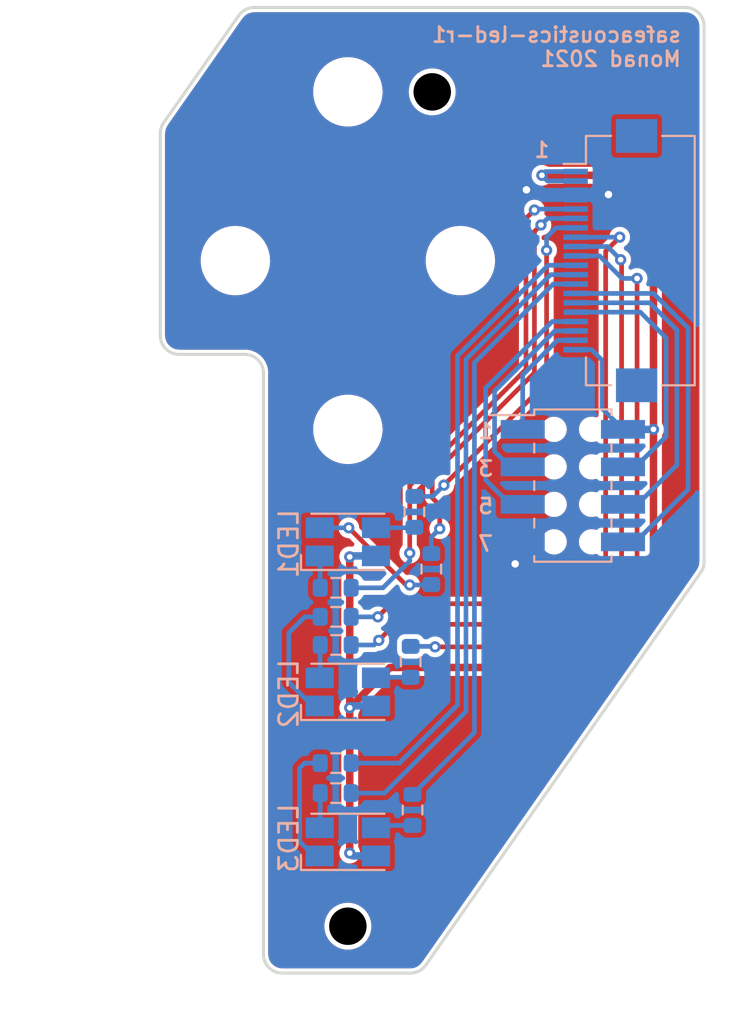
<source format=kicad_pcb>
(kicad_pcb (version 20201116) (generator pcbnew)
  (layers (0 "F.Cu" signal) (31 "B.Cu" signal) (34 "B.Paste" user) (35 "F.Paste" user) (36 "B.SilkS" user "B.Silkscreen") (37 "F.SilkS" user "F.Silkscreen") (38 "B.Mask" user) (39 "F.Mask" user) (44 "Edge.Cuts" user))
  (net 0 "")
  (net 1 "GND")
  (net 2 "+3V3")
  (net 3 "/SHDNZ")
  (net 4 "/SDOUT")
  (net 5 "/SCL")
  (net 6 "/BCLK")
  (net 7 "/SDA")
  (net 8 "/FSYNC")
  (net 9 "Net-(LED1-Pad4)")
  (net 10 "Net-(LED1-Pad3)")
  (net 11 "Net-(LED1-Pad1)")
  (net 12 "Net-(LED2-Pad4)")
  (net 13 "Net-(LED2-Pad3)")
  (net 14 "Net-(LED2-Pad1)")
  (net 15 "Net-(LED3-Pad4)")
  (net 16 "Net-(LED3-Pad3)")
  (net 17 "Net-(LED3-Pad1)")
  (net 18 "/LED1_B")
  (net 19 "/LED1_G")
  (net 20 "/LED1_R")
  (net 21 "/LED2_B")
  (net 22 "/LED3_B")
  (net 23 "/LED2_G")
  (net 24 "/LED3_G")
  (net 25 "/LED2_R")
  (net 26 "/LED3_R")
  (footprint "MountingHole:MountingHole_3mm" (layer "F.Cu") (at 0 35.5)
    (fp_text reference "REF**" hide)
    (fp_text value "MountingHole_3mm" hide)
    (pad "" np_thru_hole circle (at 0 0) (size 2 2) (drill 2) (layers *.Mask))
  )
  (footprint "MountingHole:MountingHole_3.2mm_M3_DIN965" (layer "F.Cu") (at 0 9)
    (fp_text reference "REF**" hide)
    (fp_text value "MountingHole_3.2mm_M3_DIN965")
    (pad "1" np_thru_hole circle (at 0 0) (size 3.2 3.2) (drill 3.2) (layers *.Cu *.Mask))
  )
  (footprint "MountingHole:MountingHole_3.2mm_M3_DIN965" (layer "F.Cu") (at 6 0)
    (fp_text reference "REF**" hide)
    (fp_text value "MountingHole_3.2mm_M3_DIN965")
    (pad "1" np_thru_hole circle (at 0 0) (size 3.2 3.2) (drill 3.2) (layers *.Cu *.Mask))
  )
  (footprint "MountingHole:MountingHole_3.2mm_M3_DIN965" (layer "F.Cu") (at -6 0)
    (fp_text reference "REF**" hide)
    (fp_text value "MountingHole_3.2mm_M3_DIN965")
  )
  (footprint "MountingHole:MountingHole_3.2mm_M3_DIN965" (layer "F.Cu") (at 0 -9)
    (fp_text reference "REF**" hide)
    (fp_text value "MountingHole_3.2mm_M3_DIN965")
    (pad "1" np_thru_hole circle (at 0 0) (size 3.2 3.2) (drill 3.2) (layers *.Cu *.Mask))
  )
  (footprint "MountingHole:MountingHole_3.2mm_M3_DIN965" (layer "F.Cu") (at -6 0)
    (fp_text reference "REF**" hide)
    (fp_text value "MountingHole_3.2mm_M3_DIN965")
    (pad "1" np_thru_hole circle (at 0 0) (size 3.2 3.2) (drill 3.2) (layers *.Cu *.Mask))
  )
  (footprint "MountingHole:MountingHole_3mm" (layer "F.Cu") (at 4.5 -9)
    (fp_text reference "REF**" hide)
    (fp_text value "MountingHole_3mm" hide)
    (pad "" np_thru_hole circle (at 0 0) (size 2 2) (drill 2) (layers *.Mask))
  )
  (footprint "Resistor_SMD:R_0603_1608Metric" (layer "B.Cu") (at -0.65 28.4 180)
    (fp_text reference "R6" hide)
    (fp_text value "22R")
    (fp_line (start -0.237258 0.5225) (end 0.237258 0.5225) (layer "B.SilkS") (width 0.12))
    (fp_line (start -0.237258 -0.5225) (end 0.237258 -0.5225) (layer "B.SilkS") (width 0.12))
    (pad "1" smd roundrect (at -0.825 0 180) (size 0.8 0.95) (layers "B.Cu" "B.Paste" "B.Mask") (net 24 "/LED3_G"))
    (pad "2" smd roundrect (at 0.825 0 180) (size 0.8 0.95) (layers "B.Cu" "B.Paste" "B.Mask") (net 15 "Net-(LED3-Pad4)"))
  )
  (footprint "Resistor_SMD:R_0603_1608Metric" (layer "B.Cu") (at 3.45 29.3 -90)
    (fp_text reference "R3" hide)
    (fp_text value "22R")
    (fp_line (start -0.237258 0.5225) (end 0.237258 0.5225) (layer "B.SilkS") (width 0.12))
    (fp_line (start -0.237258 -0.5225) (end 0.237258 -0.5225) (layer "B.SilkS") (width 0.12))
    (pad "1" smd roundrect (at -0.825 0 270) (size 0.8 0.95) (layers "B.Cu" "B.Paste" "B.Mask") (net 22 "/LED3_B"))
    (pad "2" smd roundrect (at 0.825 0 270) (size 0.8 0.95) (layers "B.Cu" "B.Paste" "B.Mask") (net 16 "Net-(LED3-Pad3)"))
  )
  (footprint "Resistor_SMD:R_0603_1608Metric" (layer "B.Cu") (at -0.65 26.8 180)
    (fp_text reference "R9" hide)
    (fp_text value "100R")
    (fp_line (start -0.237258 -0.5225) (end 0.237258 -0.5225) (layer "B.SilkS") (width 0.12))
    (fp_line (start -0.237258 0.5225) (end 0.237258 0.5225) (layer "B.SilkS") (width 0.12))
    (pad "1" smd roundrect (at -0.825 0 180) (size 0.8 0.95) (layers "B.Cu" "B.Paste" "B.Mask") (net 26 "/LED3_R"))
    (pad "2" smd roundrect (at 0.825 0 180) (size 0.8 0.95) (layers "B.Cu" "B.Paste" "B.Mask") (net 17 "Net-(LED3-Pad1)"))
  )
  (footprint "LED_SMD:LED_Avago_PLCC4_3.2x2.8mm_CW" (layer "B.Cu") (at 0 31)
    (fp_text reference "LED3" (at -3.15 -0.2 90) (layer "B.SilkS") (effects (justify mirror)))
    (fp_text value "IN-P32TATRGB")
    (fp_line (start -2.500044 1.5) (end 1.95 1.5) (layer "B.SilkS") (width 0.12))
    (fp_line (start -2.5 0.7) (end -2.5 1.5) (layer "B.SilkS") (width 0.12))
    (fp_line (start -1.95 -1.5) (end 1.95 -1.5) (layer "B.SilkS") (width 0.12))
    (pad "1" smd rect (at -1.5 0.75) (size 1.5 1.1) (layers "B.Cu" "B.Paste" "B.Mask") (net 17 "Net-(LED3-Pad1)"))
    (pad "2" smd rect (at 1.5 0.75) (size 1.5 1.1) (layers "B.Cu" "B.Paste" "B.Mask") (net 2 "+3V3"))
    (pad "3" smd rect (at 1.5 -0.75) (size 1.5 1.1) (layers "B.Cu" "B.Paste" "B.Mask") (net 16 "Net-(LED3-Pad3)"))
    (pad "4" smd rect (at -1.5 -0.75) (size 1.5 1.1) (layers "B.Cu" "B.Paste" "B.Mask") (net 15 "Net-(LED3-Pad4)"))
  )
  (footprint "jeffmakes-footprints:PinSocket_2x04_P2.00mm_Vertical_SMD_Bottom_or_Top_Entry_AMPMODU" (layer "B.Cu") (at 12 12 180)
    (fp_text reference "J1" hide)
    (fp_text value "2842142-4")
    (fp_line (start -2.06 0.24) (end -2.06 -0.24) (layer "B.SilkS") (width 0.12))
    (fp_line (start -2.06 2.24) (end -2.06 1.76) (layer "B.SilkS") (width 0.12))
    (fp_line (start 2.06 -3.76) (end 2.06 -4.06) (layer "B.SilkS") (width 0.12))
    (fp_line (start -2.06 4.06) (end -2.06 3.76) (layer "B.SilkS") (width 0.12))
    (fp_line (start -2.06 -3.76) (end -2.06 -4.06) (layer "B.SilkS") (width 0.12))
    (fp_line (start 2.06 3.76) (end 4.44 3.76) (layer "B.SilkS") (width 0.12))
    (fp_line (start 2.06 4.06) (end 2.06 3.76) (layer "B.SilkS") (width 0.12))
    (fp_line (start -2.06 -1.76) (end -2.06 -2.24) (layer "B.SilkS") (width 0.12))
    (fp_line (start 2.06 0.24) (end 2.06 -0.24) (layer "B.SilkS") (width 0.12))
    (fp_line (start -2.06 4.06) (end 2.06 4.06) (layer "B.SilkS") (width 0.12))
    (fp_line (start -2.06 -4.06) (end 2.06 -4.06) (layer "B.SilkS") (width 0.12))
    (fp_line (start 2.06 2.24) (end 2.06 1.76) (layer "B.SilkS") (width 0.12))
    (fp_line (start 2.06 -1.76) (end 2.06 -2.24) (layer "B.SilkS") (width 0.12))
    (pad "" np_thru_hole circle (at -1 -3 180) (size 0.85 0.85) (drill 0.85) (layers F&B.Cu *.Mask))
    (pad "" np_thru_hole circle (at 1 1 180) (size 0.85 0.85) (drill 0.85) (layers F&B.Cu *.Mask))
    (pad "" np_thru_hole circle (at 1 -1 180) (size 0.85 0.85) (drill 0.85) (layers F&B.Cu *.Mask))
    (pad "" np_thru_hole circle (at -1 3 180) (size 0.85 0.85) (drill 0.85) (layers F&B.Cu *.Mask))
    (pad "" np_thru_hole circle (at 1 -3 180) (size 0.85 0.85) (drill 0.85) (layers F&B.Cu *.Mask))
    (pad "" np_thru_hole circle (at -1 1 180) (size 0.85 0.85) (drill 0.85) (layers F&B.Cu *.Mask))
    (pad "" np_thru_hole circle (at 1 3 180) (size 0.85 0.85) (drill 0.85) (layers F&B.Cu *.Mask))
    (pad "" np_thru_hole circle (at -1 -1 180) (size 0.85 0.85) (drill 0.85) (layers F&B.Cu *.Mask))
    (pad "1" smd rect (at 2.675 3 180) (size 2.35 1) (layers "B.Cu" "B.Paste" "B.Mask") (net 3 "/SHDNZ"))
    (pad "2" smd rect (at -2.675 3 180) (size 2.35 1) (layers "B.Cu" "B.Paste" "B.Mask") (net 2 "+3V3"))
    (pad "3" smd rect (at 2.675 1 180) (size 2.35 1) (layers "B.Cu" "B.Paste" "B.Mask") (net 5 "/SCL"))
    (pad "4" smd rect (at -2.675 1 180) (size 2.35 1) (layers "B.Cu" "B.Paste" "B.Mask") (net 8 "/FSYNC"))
    (pad "5" smd rect (at 2.675 -1 180) (size 2.35 1) (layers "B.Cu" "B.Paste" "B.Mask") (net 7 "/SDA"))
    (pad "6" smd rect (at -2.675 -1 180) (size 2.35 1) (layers "B.Cu" "B.Paste" "B.Mask") (net 6 "/BCLK"))
    (pad "7" smd rect (at 2.675 -3 180) (size 2.35 1) (layers "B.Cu" "B.Paste" "B.Mask") (net 1 "GND"))
    (pad "8" smd rect (at -2.675 -3 180) (size 2.35 1) (layers "B.Cu" "B.Paste" "B.Mask") (net 4 "/SDOUT"))
  )
  (footprint "Resistor_SMD:R_0603_1608Metric" (layer "B.Cu") (at 3.55 13.4 -90)
    (fp_text reference "R1" hide)
    (fp_text value "22R")
    (fp_line (start -0.237258 0.5225) (end 0.237258 0.5225) (layer "B.SilkS") (width 0.12))
    (fp_line (start -0.237258 -0.5225) (end 0.237258 -0.5225) (layer "B.SilkS") (width 0.12))
    (pad "1" smd roundrect (at -0.825 0 270) (size 0.8 0.95) (layers "B.Cu" "B.Paste" "B.Mask") (net 18 "/LED1_B"))
    (pad "2" smd roundrect (at 0.825 0 270) (size 0.8 0.95) (layers "B.Cu" "B.Paste" "B.Mask") (net 10 "Net-(LED1-Pad3)"))
  )
  (footprint "LED_SMD:LED_Avago_PLCC4_3.2x2.8mm_CW" (layer "B.Cu") (at 0 23)
    (fp_text reference "LED2" (at -3.15 0.1 90) (layer "B.SilkS") (effects (justify mirror)))
    (fp_text value "IN-P32TATRGB")
    (fp_line (start -2.500044 1.5) (end 1.95 1.5) (layer "B.SilkS") (width 0.12))
    (fp_line (start -1.95 -1.5) (end 1.95 -1.5) (layer "B.SilkS") (width 0.12))
    (fp_line (start -2.5 0.7) (end -2.5 1.5) (layer "B.SilkS") (width 0.12))
    (pad "1" smd rect (at -1.5 0.75) (size 1.5 1.1) (layers "B.Cu" "B.Paste" "B.Mask") (net 14 "Net-(LED2-Pad1)"))
    (pad "2" smd rect (at 1.5 0.75) (size 1.5 1.1) (layers "B.Cu" "B.Paste" "B.Mask") (net 2 "+3V3"))
    (pad "3" smd rect (at 1.5 -0.75) (size 1.5 1.1) (layers "B.Cu" "B.Paste" "B.Mask") (net 13 "Net-(LED2-Pad3)"))
    (pad "4" smd rect (at -1.5 -0.75) (size 1.5 1.1) (layers "B.Cu" "B.Paste" "B.Mask") (net 12 "Net-(LED2-Pad4)"))
  )
  (footprint "Resistor_SMD:R_0603_1608Metric" (layer "B.Cu") (at -0.65 20.5 180)
    (fp_text reference "R5" hide)
    (fp_text value "22R")
    (fp_line (start -0.237258 -0.5225) (end 0.237258 -0.5225) (layer "B.SilkS") (width 0.12))
    (fp_line (start -0.237258 0.5225) (end 0.237258 0.5225) (layer "B.SilkS") (width 0.12))
    (pad "1" smd roundrect (at -0.825 0 180) (size 0.8 0.95) (layers "B.Cu" "B.Paste" "B.Mask") (net 23 "/LED2_G"))
    (pad "2" smd roundrect (at 0.825 0 180) (size 0.8 0.95) (layers "B.Cu" "B.Paste" "B.Mask") (net 12 "Net-(LED2-Pad4)"))
  )
  (footprint "Resistor_SMD:R_0603_1608Metric" (layer "B.Cu") (at 3.35 21.4 -90)
    (fp_text reference "R2" hide)
    (fp_text value "22R")
    (fp_line (start -0.237258 0.5225) (end 0.237258 0.5225) (layer "B.SilkS") (width 0.12))
    (fp_line (start -0.237258 -0.5225) (end 0.237258 -0.5225) (layer "B.SilkS") (width 0.12))
    (pad "1" smd roundrect (at -0.825 0 270) (size 0.8 0.95) (layers "B.Cu" "B.Paste" "B.Mask") (net 21 "/LED2_B"))
    (pad "2" smd roundrect (at 0.825 0 270) (size 0.8 0.95) (layers "B.Cu" "B.Paste" "B.Mask") (net 13 "Net-(LED2-Pad3)"))
  )
  (footprint "LED_SMD:LED_Avago_PLCC4_3.2x2.8mm_CW" (layer "B.Cu") (at 0 15)
    (fp_text reference "LED1" (at -3.15 0.1 90) (layer "B.SilkS") (effects (justify mirror)))
    (fp_text value "IN-P32TATRGB")
    (fp_line (start -2.5 0.7) (end -2.5 1.5) (layer "B.SilkS") (width 0.12))
    (fp_line (start -1.95 -1.5) (end 1.95 -1.5) (layer "B.SilkS") (width 0.12))
    (fp_line (start -2.500044 1.5) (end 1.95 1.5) (layer "B.SilkS") (width 0.12))
    (pad "1" smd rect (at -1.5 0.75) (size 1.5 1.1) (layers "B.Cu" "B.Paste" "B.Mask") (net 11 "Net-(LED1-Pad1)"))
    (pad "2" smd rect (at 1.5 0.75) (size 1.5 1.1) (layers "B.Cu" "B.Paste" "B.Mask") (net 2 "+3V3"))
    (pad "3" smd rect (at 1.5 -0.75) (size 1.5 1.1) (layers "B.Cu" "B.Paste" "B.Mask") (net 10 "Net-(LED1-Pad3)"))
    (pad "4" smd rect (at -1.5 -0.75) (size 1.5 1.1) (layers "B.Cu" "B.Paste" "B.Mask") (net 9 "Net-(LED1-Pad4)"))
  )
  (footprint "Resistor_SMD:R_0603_1608Metric" (layer "B.Cu") (at -0.65 19 180)
    (fp_text reference "R8" hide)
    (fp_text value "100R")
    (fp_line (start -0.237258 -0.5225) (end 0.237258 -0.5225) (layer "B.SilkS") (width 0.12))
    (fp_line (start -0.237258 0.5225) (end 0.237258 0.5225) (layer "B.SilkS") (width 0.12))
    (pad "1" smd roundrect (at -0.825 0 180) (size 0.8 0.95) (layers "B.Cu" "B.Paste" "B.Mask") (net 25 "/LED2_R"))
    (pad "2" smd roundrect (at 0.825 0 180) (size 0.8 0.95) (layers "B.Cu" "B.Paste" "B.Mask") (net 14 "Net-(LED2-Pad1)"))
  )
  (footprint "Resistor_SMD:R_0603_1608Metric" (layer "B.Cu") (at 4.45 16.45 -90)
    (fp_text reference "R4" hide)
    (fp_text value "22R")
    (fp_line (start -0.237258 -0.5225) (end 0.237258 -0.5225) (layer "B.SilkS") (width 0.12))
    (fp_line (start -0.237258 0.5225) (end 0.237258 0.5225) (layer "B.SilkS") (width 0.12))
    (pad "1" smd roundrect (at -0.825 0 270) (size 0.8 0.95) (layers "B.Cu" "B.Paste" "B.Mask") (net 19 "/LED1_G"))
    (pad "2" smd roundrect (at 0.825 0 270) (size 0.8 0.95) (layers "B.Cu" "B.Paste" "B.Mask") (net 9 "Net-(LED1-Pad4)"))
  )
  (footprint "Resistor_SMD:R_0603_1608Metric" (layer "B.Cu") (at -0.65 17.45 180)
    (fp_text reference "R7" hide)
    (fp_text value "100R")
    (fp_line (start -0.237258 0.5225) (end 0.237258 0.5225) (layer "B.SilkS") (width 0.12))
    (fp_line (start -0.237258 -0.5225) (end 0.237258 -0.5225) (layer "B.SilkS") (width 0.12))
    (pad "1" smd roundrect (at -0.825 0 180) (size 0.8 0.95) (layers "B.Cu" "B.Paste" "B.Mask") (net 20 "/LED1_R"))
    (pad "2" smd roundrect (at 0.825 0 180) (size 0.8 0.95) (layers "B.Cu" "B.Paste" "B.Mask") (net 11 "Net-(LED1-Pad1)"))
  )
  (footprint "Connector_FFC-FPC:Hirose_FH12-20S-0.5SH_1x20-1MP_P0.50mm_Horizontal" (layer "B.Cu") (at 14 0 -90)
    (fp_text reference "J2" hide)
    (fp_text value "Conn_01x20")
    (fp_line (start 6.65 -4.5) (end 6.65 -2.76) (layer "B.SilkS") (width 0.12))
    (fp_line (start -5.16 1.3) (end -6.65 1.3) (layer "B.SilkS") (width 0.12))
    (fp_line (start 5.16 1.3) (end 6.65 1.3) (layer "B.SilkS") (width 0.12))
    (fp_line (start -5.16 1.3) (end -5.16 2.5) (layer "B.SilkS") (width 0.12))
    (fp_line (start -6.65 -2.76) (end -6.65 -4.5) (layer "B.SilkS") (width 0.12))
    (fp_line (start 6.65 1.3) (end 6.65 -0.04) (layer "B.SilkS") (width 0.12))
    (fp_line (start -6.65 1.3) (end -6.65 -0.04) (layer "B.SilkS") (width 0.12))
    (fp_line (start -6.65 -4.5) (end 6.65 -4.5) (layer "B.SilkS") (width 0.12))
    (pad "1" smd rect (at -4.75 1.85 270) (size 0.3 1.3) (layers "B.Cu" "B.Paste" "B.Mask") (net 2 "+3V3"))
    (pad "2" smd rect (at -4.25 1.85 270) (size 0.3 1.3) (layers "B.Cu" "B.Paste" "B.Mask") (net 2 "+3V3"))
    (pad "3" smd rect (at -3.75 1.85 270) (size 0.3 1.3) (layers "B.Cu" "B.Paste" "B.Mask") (net 1 "GND"))
    (pad "4" smd rect (at -3.25 1.85 270) (size 0.3 1.3) (layers "B.Cu" "B.Paste" "B.Mask") (net 1 "GND"))
    (pad "5" smd rect (at -2.75 1.85 270) (size 0.3 1.3) (layers "B.Cu" "B.Paste" "B.Mask") (net 20 "/LED1_R"))
    (pad "6" smd rect (at -2.25 1.85 270) (size 0.3 1.3) (layers "B.Cu" "B.Paste" "B.Mask") (net 19 "/LED1_G"))
    (pad "7" smd rect (at -1.75 1.85 270) (size 0.3 1.3) (layers "B.Cu" "B.Paste" "B.Mask") (net 18 "/LED1_B"))
    (pad "8" smd rect (at -1.25 1.85 270) (size 0.3 1.3) (layers "B.Cu" "B.Paste" "B.Mask") (net 25 "/LED2_R"))
    (pad "9" smd rect (at -0.75 1.85 270) (size 0.3 1.3) (layers "B.Cu" "B.Paste" "B.Mask") (net 23 "/LED2_G"))
    (pad "10" smd rect (at -0.25 1.85 270) (size 0.3 1.3) (layers "B.Cu" "B.Paste" "B.Mask") (net 21 "/LED2_B"))
    (pad "11" smd rect (at 0.25 1.85 270) (size 0.3 1.3) (layers "B.Cu" "B.Paste" "B.Mask") (net 26 "/LED3_R"))
    (pad "12" smd rect (at 0.75 1.85 270) (size 0.3 1.3) (layers "B.Cu" "B.Paste" "B.Mask") (net 24 "/LED3_G"))
    (pad "13" smd rect (at 1.25 1.85 270) (size 0.3 1.3) (layers "B.Cu" "B.Paste" "B.Mask") (net 22 "/LED3_B"))
    (pad "14" smd rect (at 1.75 1.85 270) (size 0.3 1.3) (layers "B.Cu" "B.Paste" "B.Mask") (net 4 "/SDOUT"))
    (pad "15" smd rect (at 2.25 1.85 270) (size 0.3 1.3) (layers "B.Cu" "B.Paste" "B.Mask") (net 6 "/BCLK"))
    (pad "16" smd rect (at 2.75 1.85 270) (size 0.3 1.3) (layers "B.Cu" "B.Paste" "B.Mask") (net 8 "/FSYNC"))
    (pad "17" smd rect (at 3.25 1.85 270) (size 0.3 1.3) (layers "B.Cu" "B.Paste" "B.Mask") (net 7 "/SDA"))
    (pad "18" smd rect (at 3.75 1.85 270) (size 0.3 1.3) (layers "B.Cu" "B.Paste" "B.Mask") (net 5 "/SCL"))
    (pad "19" smd rect (at 4.25 1.85 270) (size 0.3 1.3) (layers "B.Cu" "B.Paste" "B.Mask") (net 3 "/SHDNZ"))
    (pad "20" smd rect (at 4.75 1.85 270) (size 0.3 1.3) (layers "B.Cu" "B.Paste" "B.Mask") (net 2 "+3V3"))
    (pad "MP" smd rect (at -6.65 -1.4 270) (size 1.8 2.2) (layers "B.Cu" "B.Paste" "B.Mask"))
    (pad "MP" smd rect (at 6.65 -1.4 270) (size 1.8 2.2) (layers "B.Cu" "B.Paste" "B.Mask"))
  )
  (gr_arc (start 18 16.059) (end 18.819 16.633) (angle -35) (layer "Edge.Cuts") (width 0.16))
  (gr_arc (start 3.337 37) (end 3.337 38) (angle -55) (layer "Edge.Cuts") (width 0.16))
  (gr_line (start -4.5 37) (end -4.5 6) (angle 90) (layer "Edge.Cuts") (width 0.16))
  (gr_arc (start 18.001 -12.501) (end 19 -12.5) (angle -90.154) (layer "Edge.Cuts") (width 0.16))
  (gr_line (start -5 -13.5) (end 18 -13.5) (angle 90) (layer "Edge.Cuts") (width 0.16))
  (gr_arc (start -8.999 -6.788) (end -9.819 -7.362) (angle -35) (layer "Edge.Cuts") (width 0.16))
  (gr_line (start -9.819 -7.362) (end -5.82 -13.073) (angle 90) (layer "Edge.Cuts") (width 0.16))
  (gr_line (start 19 -12.5) (end 19 16.059) (angle 90) (layer "Edge.Cuts") (width 0.16))
  (gr_line (start 3.337 38) (end -3.5 38) (angle 90) (layer "Edge.Cuts") (width 0.16))
  (gr_arc (start -3.5 37) (end -4.5 37) (angle -90) (layer "Edge.Cuts") (width 0.16))
  (gr_line (start -5.5 5) (end -9 5) (angle 90) (layer "Edge.Cuts") (width 0.16))
  (gr_arc (start -8.999 3.999) (end -10 4) (angle -89.9) (layer "Edge.Cuts") (width 0.16))
  (gr_arc (start -5 -12.499) (end -5 -13.5) (angle -55) (layer "Edge.Cuts") (width 0.16))
  (gr_line (start 18.819 16.633) (end 4.156 37.574) (angle 90) (layer "Edge.Cuts") (width 0.16))
  (gr_arc (start -5.5 6) (end -4.5 6) (angle -90) (layer "Edge.Cuts") (width 0.16))
  (gr_line (start -10 4) (end -10 -6.788) (angle 90) (layer "Edge.Cuts") (width 0.16))
  (gr_text "1" (at 10.35 -5.9) (layer "B.SilkS") (effects (font (size 0.8 0.8)) (justify mirror)))
  (gr_text "7" (at 7.35 15.1) (layer "B.SilkS") (effects (font (size 0.8 0.8)) (justify mirror)))
  (gr_text "safeacoustics-led-r1\nMonad 2021" (at 17.85 -11.4) (layer "B.SilkS") (effects (font (size 0.8 0.8)) (justify left mirror)))
  (gr_text "3\n" (at 7.35 11.1) (layer "B.SilkS") (effects (font (size 0.8 0.8)) (justify mirror)))
  (gr_text "1" (at 7.35 9.1) (layer "B.SilkS") (effects (font (size 0.8 0.8)) (justify mirror)))
  (gr_text "5" (at 7.35 13.1) (layer "B.SilkS") (effects (font (size 0.8 0.8)) (justify mirror)))
  (via (at 9.525 -3.775) (size 0.8) (drill 0.4) (layers "F.Cu" "B.Cu") (net 1))
  (via (at 13.9 -3.525) (size 0.8) (drill 0.4) (layers "F.Cu" "B.Cu") (net 1))
  (via (at 8.925 16.175) (size 0.8) (drill 0.4) (layers "F.Cu" "B.Cu") (net 1))
  (segment (start 16.3 9) (end 16.3 16.85) (width 0.4) (layer "F.Cu") (net 2))
  (segment (start 16.3 16.85) (end 11.45 21.7) (width 0.4) (layer "F.Cu") (net 2))
  (segment (start 14.85 -4.55) (end 10.35 -4.55) (width 0.4) (layer "F.Cu") (net 2))
  (segment (start 16.3 -3.1) (end 14.85 -4.55) (width 0.4) (layer "F.Cu") (net 2))
  (segment (start 11.45 21.7) (end 2.25 21.7) (width 0.4) (layer "F.Cu") (net 2))
  (segment (start 0.1 31.6) (end 0.1 23.85) (width 0.4) (layer "F.Cu") (net 2))
  (segment (start 2.25 21.7) (end 0.1 23.85) (width 0.4) (layer "F.Cu") (net 2))
  (segment (start 16.3 9) (end 16.3 -3.1) (width 0.4) (layer "F.Cu") (net 2))
  (segment (start 0.1 23.85) (end 0.1 15.8) (width 0.4) (layer "F.Cu") (net 2))
  (via (at 0.1 23.85) (size 0.6) (drill 0.3) (layers "F.Cu" "B.Cu") (net 2))
  (via (at 0.1 15.8) (size 0.6) (drill 0.3) (layers "F.Cu" "B.Cu") (net 2))
  (via (at 10.35 -4.55) (size 0.6) (drill 0.3) (layers "F.Cu" "B.Cu") (net 2))
  (via (at 0.1 31.6) (size 0.6) (drill 0.3) (layers "F.Cu" "B.Cu") (net 2))
  (via (at 16.3 9) (size 0.6) (drill 0.3) (layers "F.Cu" "B.Cu") (net 2))
  (segment (start 14.675 9) (end 13.55 7.875) (width 0.25) (layer "B.Cu") (net 2))
  (segment (start 13.55 5.3) (end 13 4.75) (width 0.25) (layer "B.Cu") (net 2))
  (segment (start 10.649999 -4.250001) (end 10.35 -4.55) (width 0.25) (layer "B.Cu") (net 2))
  (segment (start 0.2 23.75) (end 0.1 23.85) (width 0.4) (layer "B.Cu") (net 2))
  (segment (start 0.25 31.75) (end 0.1 31.6) (width 0.4) (layer "B.Cu") (net 2))
  (segment (start 1.5 15.75) (end 0.15 15.75) (width 0.4) (layer "B.Cu") (net 2))
  (segment (start 1.5 31.75) (end 0.25 31.75) (width 0.4) (layer "B.Cu") (net 2))
  (segment (start 1.5 23.75) (end 0.2 23.75) (width 0.4) (layer "B.Cu") (net 2))
  (segment (start 12.15 -4.75) (end 10.55 -4.75) (width 0.25) (layer "B.Cu") (net 2))
  (segment (start 13 4.75) (end 12.15 4.75) (width 0.25) (layer "B.Cu") (net 2))
  (segment (start 11 -4.25) (end 10.649999 -4.250001) (width 0.25) (layer "B.Cu") (net 2))
  (segment (start 10.55 -4.75) (end 10.35 -4.55) (width 0.25) (layer "B.Cu") (net 2))
  (segment (start 14.675 9) (end 16.3 9) (width 0.4) (layer "B.Cu") (net 2))
  (segment (start 13.55 7.875) (end 13.55 5.3) (width 0.25) (layer "B.Cu") (net 2))
  (segment (start 12.15 -4.25) (end 11 -4.25) (width 0.25) (layer "B.Cu") (net 2))
  (segment (start 0.15 15.75) (end 0.1 15.8) (width 0.4) (layer "B.Cu") (net 2))
  (segment (start 11.17282 4.25) (end 12.15 4.25) (width 0.25) (layer "B.Cu") (net 3))
  (segment (start 9.325 9) (end 9.325 6.09782) (width 0.25) (layer "B.Cu") (net 3))
  (segment (start 9.325 6.09782) (end 11.17282 4.25) (width 0.25) (layer "B.Cu") (net 3))
  (segment (start 16.3 1.75) (end 12.15 1.75) (width 0.25) (layer "B.Cu") (net 4))
  (segment (start 18.15 3.6) (end 16.3 1.75) (width 0.25) (layer "B.Cu") (net 4))
  (segment (start 14.675 15) (end 15.35 15) (width 0.25) (layer "B.Cu") (net 4))
  (segment (start 15.35 15) (end 18.15 12.2) (width 0.25) (layer "B.Cu") (net 4))
  (segment (start 18.15 12.2) (end 18.15 3.6) (width 0.25) (layer "B.Cu") (net 4))
  (segment (start 7.82499 6.96142) (end 11.03641 3.75) (width 0.25) (layer "B.Cu") (net 5))
  (segment (start 7.82499 10.17499) (end 7.82499 6.96142) (width 0.25) (layer "B.Cu") (net 5))
  (segment (start 9.325 11) (end 8.65 11) (width 0.25) (layer "B.Cu") (net 5))
  (segment (start 8.65 11) (end 7.82499 10.17499) (width 0.25) (layer "B.Cu") (net 5))
  (segment (start 11.03641 3.75) (end 12.15 3.75) (width 0.25) (layer "B.Cu") (net 5))
  (segment (start 17.55 10.9) (end 17.55 3.7) (width 0.25) (layer "B.Cu") (net 6))
  (segment (start 14.675 13) (end 15.45 13) (width 0.25) (layer "B.Cu") (net 6))
  (segment (start 15.45 13) (end 17.55 10.9) (width 0.25) (layer "B.Cu") (net 6))
  (segment (start 16.1 2.25) (end 12.15 2.25) (width 0.25) (layer "B.Cu") (net 6))
  (segment (start 17.55 3.7) (end 16.1 2.25) (width 0.25) (layer "B.Cu") (net 6))
  (segment (start 10.9 3.25) (end 12.15 3.25) (width 0.25) (layer "B.Cu") (net 7))
  (segment (start 7.350022 11.700022) (end 7.350022 6.799978) (width 0.25) (layer "B.Cu") (net 7))
  (segment (start 8.65 13) (end 7.350022 11.700022) (width 0.25) (layer "B.Cu") (net 7))
  (segment (start 7.350022 6.799978) (end 10.9 3.25) (width 0.25) (layer "B.Cu") (net 7))
  (segment (start 9.325 13) (end 8.65 13) (width 0.25) (layer "B.Cu") (net 7))
  (segment (start 16.97501 9.37499) (end 16.97501 4.12501) (width 0.25) (layer "B.Cu") (net 8))
  (segment (start 15.35 11) (end 16.97501 9.37499) (width 0.25) (layer "B.Cu") (net 8))
  (segment (start 15.6 2.75) (end 12.15 2.75) (width 0.25) (layer "B.Cu") (net 8))
  (segment (start 14.675 11) (end 15.35 11) (width 0.25) (layer "B.Cu") (net 8))
  (segment (start 16.97501 4.12501) (end 15.6 2.75) (width 0.25) (layer "B.Cu") (net 8))
  (segment (start 0.05 14.25) (end 3.1 17.3) (width 0.25) (layer "F.Cu") (net 9))
  (segment (start 3.1 17.3) (end 3.3 17.3) (width 0.25) (layer "F.Cu") (net 9))
  (via (at 0.05 14.25) (size 0.6) (drill 0.3) (layers "F.Cu" "B.Cu") (net 9))
  (via (at 3.3 17.3) (size 0.6) (drill 0.3) (layers "F.Cu" "B.Cu") (net 9))
  (segment (start -1.5 14.25) (end 0.05 14.25) (width 0.25) (layer "B.Cu") (net 9))
  (segment (start 3.3 17.3) (end 4.425 17.3) (width 0.25) (layer "B.Cu") (net 9))
  (segment (start 4.425 17.3) (end 4.45 17.275) (width 0.25) (layer "B.Cu") (net 9))
  (segment (start 1.5 14.25) (end 3.525 14.25) (width 0.25) (layer "B.Cu") (net 10))
  (segment (start 3.525 14.25) (end 3.55 14.225) (width 0.25) (layer "B.Cu") (net 10))
  (segment (start -1.475 15.775) (end -1.5 15.75) (width 0.25) (layer "B.Cu") (net 11))
  (segment (start -1.475 17.45) (end -1.475 15.775) (width 0.25) (layer "B.Cu") (net 11))
  (segment (start -1.475 20.5) (end -1.475 22.225) (width 0.25) (layer "B.Cu") (net 12))
  (segment (start -1.475 22.225) (end -1.5 22.25) (width 0.25) (layer "B.Cu") (net 12))
  (segment (start 1.525 22.225) (end 1.5 22.25) (width 0.25) (layer "B.Cu") (net 13))
  (segment (start 3.35 22.225) (end 1.525 22.225) (width 0.25) (layer "B.Cu") (net 13))
  (segment (start -3.15 22.485002) (end -1.885002 23.75) (width 0.25) (layer "B.Cu") (net 14))
  (segment (start -1.885002 23.75) (end -1.5 23.75) (width 0.25) (layer "B.Cu") (net 14))
  (segment (start -1.475 19) (end -2.3 19) (width 0.25) (layer "B.Cu") (net 14))
  (segment (start -3.15 19.85) (end -3.15 22.485002) (width 0.25) (layer "B.Cu") (net 14))
  (segment (start -2.3 19) (end -3.15 19.85) (width 0.25) (layer "B.Cu") (net 14))
  (segment (start -1.475 30.225) (end -1.5 30.25) (width 0.25) (layer "B.Cu") (net 15))
  (segment (start -1.475 28.4) (end -1.475 30.225) (width 0.25) (layer "B.Cu") (net 15))
  (segment (start 1.6256 30.1244) (end 1.5 30.25) (width 0.25) (layer "B.Cu") (net 16))
  (segment (start 3.45 30.125) (end 3.4494 30.1244) (width 0.25) (layer "B.Cu") (net 16))
  (segment (start 3.4494 30.1244) (end 1.6256 30.1244) (width 0.25) (layer "B.Cu") (net 16))
  (segment (start -1.8 31.75) (end -2.575001 30.974999) (width 0.25) (layer "B.Cu") (net 17))
  (segment (start -2.3 26.8) (end -1.475 26.8) (width 0.25) (layer "B.Cu") (net 17))
  (segment (start -2.575001 30.974999) (end -2.575001 27.075001) (width 0.25) (layer "B.Cu") (net 17))
  (segment (start -2.575001 27.075001) (end -2.3 26.8) (width 0.25) (layer "B.Cu") (net 17))
  (segment (start -1.5 31.75) (end -1.8 31.75) (width 0.25) (layer "B.Cu") (net 17))
  (segment (start 10.6 6.499408) (end 5.12501 11.974398) (width 0.25) (layer "F.Cu") (net 18))
  (segment (start 10.6 -0.55) (end 10.6 6.499408) (width 0.25) (layer "F.Cu") (net 18))
  (via (at 10.6 -0.55) (size 0.6) (drill 0.3) (layers "F.Cu" "B.Cu") (net 18))
  (via (at 5.12501 11.974398) (size 0.6) (drill 0.3) (layers "F.Cu" "B.Cu") (net 18))
  (segment (start 10.6 -1.25) (end 11.1 -1.75) (width 0.25) (layer "B.Cu") (net 18))
  (segment (start 10.6 -0.55) (end 10.6 -1.25) (width 0.25) (layer "B.Cu") (net 18))
  (segment (start 3.55 12.575) (end 4.524408 12.575) (width 0.25) (layer "B.Cu") (net 18))
  (segment (start 11.1 -1.75) (end 12.15 -1.75) (width 0.25) (layer "B.Cu") (net 18))
  (segment (start 4.524408 12.575) (end 5.12501 11.974398) (width 0.25) (layer "B.Cu") (net 18))
  (segment (start 4.9 14.3) (end 4.9 13.05) (width 0.25) (layer "F.Cu") (net 19))
  (segment (start 4.5 11.436411) (end 9.950011 5.9864) (width 0.25) (layer "F.Cu") (net 19))
  (segment (start 4.9 13.05) (end 4.5 12.65) (width 0.25) (layer "F.Cu") (net 19))
  (segment (start 4.5 12.65) (end 4.5 11.436411) (width 0.25) (layer "F.Cu") (net 19))
  (segment (start 9.950011 -1.550011) (end 10.3 -1.9) (width 0.25) (layer "F.Cu") (net 19))
  (segment (start 9.950011 5.9864) (end 9.950011 -1.550011) (width 0.25) (layer "F.Cu") (net 19))
  (via (at 4.9 14.3) (size 0.6) (drill 0.3) (layers "F.Cu" "B.Cu") (net 19))
  (via (at 10.3 -1.9) (size 0.6) (drill 0.3) (layers "F.Cu" "B.Cu") (net 19))
  (segment (start 4.45 14.75) (end 4.9 14.3) (width 0.25) (layer "B.Cu") (net 19))
  (segment (start 10.3 -1.9) (end 10.65 -2.25) (width 0.25) (layer "B.Cu") (net 19))
  (segment (start 10.65 -2.25) (end 12.15 -2.25) (width 0.25) (layer "B.Cu") (net 19))
  (segment (start 4.45 15.625) (end 4.45 14.75) (width 0.25) (layer "B.Cu") (net 19))
  (segment (start 9.5 5.8) (end 3.3 12) (width 0.25) (layer "F.Cu") (net 20))
  (segment (start 9.95 -2.7) (end 9.5 -2.25) (width 0.25) (layer "F.Cu") (net 20))
  (segment (start 3.3 12) (end 3.3 15.6) (width 0.25) (layer "F.Cu") (net 20))
  (segment (start 9.5 -2.25) (end 9.5 5.8) (width 0.25) (layer "F.Cu") (net 20))
  (via (at 9.95 -2.7) (size 0.6) (drill 0.3) (layers "F.Cu" "B.Cu") (net 20))
  (via (at 3.3 15.6) (size 0.6) (drill 0.3) (layers "F.Cu" "B.Cu") (net 20))
  (segment (start 3.3 16.024264) (end 3.3 15.6) (width 0.25) (layer "B.Cu") (net 20))
  (segment (start 1.874264 17.45) (end 3.3 16.024264) (width 0.25) (layer "B.Cu") (net 20))
  (segment (start 10 -2.75) (end 12.15 -2.75) (width 0.25) (layer "B.Cu") (net 20))
  (segment (start 9.95 -2.7) (end 10 -2.75) (width 0.25) (layer "B.Cu") (net 20))
  (segment (start 0.175 17.45) (end 1.874264 17.45) (width 0.25) (layer "B.Cu") (net 20))
  (segment (start 11.05 20.6) (end 15.42501 16.22499) (width 0.25) (layer "F.Cu") (net 21))
  (segment (start 15.42501 16.22499) (end 15.42501 0.95) (width 0.25) (layer "F.Cu") (net 21))
  (segment (start 4.65 20.6) (end 11.05 20.6) (width 0.25) (layer "F.Cu") (net 21))
  (via (at 15.42501 0.95) (size 0.6) (drill 0.3) (layers "F.Cu" "B.Cu") (net 21))
  (via (at 4.65 20.6) (size 0.6) (drill 0.3) (layers "F.Cu" "B.Cu") (net 21))
  (segment (start 4.625 20.575) (end 4.65 20.6) (width 0.25) (layer "B.Cu") (net 21))
  (segment (start 12.15 -0.25) (end 13.424998 -0.25) (width 0.25) (layer "B.Cu") (net 21))
  (segment (start 3.35 20.575) (end 4.625 20.575) (width 0.25) (layer "B.Cu") (net 21))
  (segment (start 14.624998 0.95) (end 15.42501 0.95) (width 0.25) (layer "B.Cu") (net 21))
  (segment (start 13.424998 -0.25) (end 14.624998 0.95) (width 0.25) (layer "B.Cu") (net 21))
  (segment (start 6.75 5.45) (end 10.95 1.25) (width 0.25) (layer "B.Cu") (net 22))
  (segment (start 10.95 1.25) (end 12.15 1.25) (width 0.25) (layer "B.Cu") (net 22))
  (segment (start 3.45 28.475) (end 6.75 25.175) (width 0.25) (layer "B.Cu") (net 22))
  (segment (start 6.75 25.175) (end 6.75 5.45) (width 0.25) (layer "B.Cu") (net 22))
  (segment (start 1.65 20.25) (end 2.5 19.4) (width 0.25) (layer "F.Cu") (net 23))
  (segment (start 14.600009 0.000009) (end 14.55 -0.05) (width 0.25) (layer "F.Cu") (net 23))
  (segment (start 14.600009 15.786401) (end 14.600009 0.000009) (width 0.25) (layer "F.Cu") (net 23))
  (segment (start 2.5 19.4) (end 10.98641 19.4) (width 0.25) (layer "F.Cu") (net 23))
  (segment (start 10.98641 19.4) (end 14.600009 15.786401) (width 0.25) (layer "F.Cu") (net 23))
  (via (at 14.55 -0.05) (size 0.6) (drill 0.3) (layers "F.Cu" "B.Cu") (net 23))
  (via (at 1.65 20.25) (size 0.6) (drill 0.3) (layers "F.Cu" "B.Cu") (net 23))
  (segment (start 0.175 20.5) (end 1.4 20.5) (width 0.25) (layer "B.Cu") (net 23))
  (segment (start 13.85 -0.75) (end 12.15 -0.75) (width 0.25) (layer "B.Cu") (net 23))
  (segment (start 1.4 20.5) (end 1.65 20.25) (width 0.25) (layer "B.Cu") (net 23))
  (segment (start 14.55 -0.05) (end 13.85 -0.75) (width 0.25) (layer "B.Cu") (net 23))
  (segment (start 1.95 28.4) (end 6.299989 24.050011) (width 0.25) (layer "B.Cu") (net 24))
  (segment (start 6.299989 24.050011) (end 6.299989 5.2636) (width 0.25) (layer "B.Cu") (net 24))
  (segment (start 10.813589 0.75) (end 12.15 0.75) (width 0.25) (layer "B.Cu") (net 24))
  (segment (start 6.299989 5.2636) (end 10.813589 0.75) (width 0.25) (layer "B.Cu") (net 24))
  (segment (start 0.175 28.4) (end 1.95 28.4) (width 0.25) (layer "B.Cu") (net 24))
  (segment (start 2.3 18.3) (end 11.45 18.3) (width 0.25) (layer "F.Cu") (net 25))
  (segment (start 11.45 18.3) (end 11.750001 17.999999) (width 0.25) (layer "F.Cu") (net 25))
  (segment (start 13.750001 -0.500001) (end 14.5 -1.25) (width 0.25) (layer "F.Cu") (net 25))
  (segment (start 13.750001 15.999999) (end 13.750001 -0.500001) (width 0.25) (layer "F.Cu") (net 25))
  (segment (start 1.6 19) (end 2.3 18.3) (width 0.25) (layer "F.Cu") (net 25))
  (segment (start 11.750001 17.999999) (end 13.750001 15.999999) (width 0.25) (layer "F.Cu") (net 25))
  (via (at 14.5 -1.25) (size 0.6) (drill 0.3) (layers "F.Cu" "B.Cu") (net 25))
  (via (at 1.6 19) (size 0.6) (drill 0.3) (layers "F.Cu" "B.Cu") (net 25))
  (segment (start 14.5 -1.25) (end 12.15 -1.25) (width 0.25) (layer "B.Cu") (net 25))
  (segment (start 0.175 19) (end 1.6 19) (width 0.25) (layer "B.Cu") (net 25))
  (segment (start 2.75 26.8) (end 5.849978 23.700022) (width 0.25) (layer "B.Cu") (net 26))
  (segment (start 5.849978 23.700022) (end 5.849978 5.0772) (width 0.25) (layer "B.Cu") (net 26))
  (segment (start 10.677178 0.25) (end 12.15 0.25) (width 0.25) (layer "B.Cu") (net 26))
  (segment (start 5.849978 5.0772) (end 10.677178 0.25) (width 0.25) (layer "B.Cu") (net 26))
  (segment (start 0.175 26.8) (end 2.75 26.8) (width 0.25) (layer "B.Cu") (net 26))
  (zone (net 1) (net_name "GND") (layers F&B.Cu) (connect_pads yes (clearance 0.25)) (min_thickness 0.254) (fill yes (thermal_gap 0.508) (thermal_bridge_width 0.508) (island_removal_mode 2) (island_area_min 40))
    (polygon (pts (xy 19.85 40.6704) (xy -10.65 40.6704) (xy -10.65 -13.9) (xy 19.85 -13.9)))
  )
)
</source>
